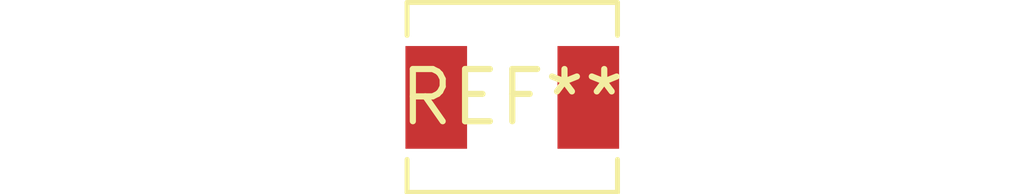
<source format=kicad_pcb>
(kicad_pcb (version 20240108) (generator pcbnew)
  (layers (0 "F.Cu" signal) (31 "B.Cu" signal) (34 "B.Paste" user) (35 "F.Paste" user) (36 "B.SilkS" user "B.Silkscreen") (37 "F.SilkS" user "F.Silkscreen") (38 "B.Mask" user) (39 "F.Mask" user) (44 "Edge.Cuts" user))
  (net 0 "")
  (footprint "L_Chilisin_BMRx00040412" (layer "F.Cu") (at 0 0)
    (property "Reference" "REF**")
    (property "Value" "L_Chilisin_BMRx00040412")
    (fp_line (start -2.56 -2.31) (end -2.56 -1.51) (layer "F.SilkS") (stroke (width 0.12)))
    (fp_line (start -2.56 -2.31) (end 2.56 -2.31) (layer "F.SilkS") (stroke (width 0.12)))
    (fp_line (start -2.56 2.31) (end -2.56 1.51) (layer "F.SilkS") (stroke (width 0.12)))
    (fp_line (start -2.56 2.31) (end 2.56 2.31) (layer "F.SilkS") (stroke (width 0.12)))
    (fp_line (start 2.56 -2.31) (end 2.56 -1.51) (layer "F.SilkS") (stroke (width 0.12)))
    (fp_line (start 2.56 2.31) (end 2.56 1.51) (layer "F.SilkS") (stroke (width 0.12)))
    (pad "1" smd rect (at -1.85 0) (size 1.5 2.5) (layers "F.Cu" "F.Paste" "F.Mask"))
    (pad "2" smd rect (at 1.85 0) (size 1.5 2.5) (layers "F.Cu" "F.Paste" "F.Mask"))
  )
)
</source>
